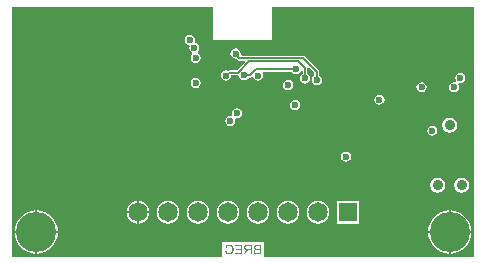
<source format=gbl>
G04*
G04 #@! TF.GenerationSoftware,Altium Limited,Altium Designer,21.6.4 (81)*
G04*
G04 Layer_Physical_Order=4*
G04 Layer_Color=16711680*
%FSLAX44Y44*%
%MOMM*%
G71*
G04*
G04 #@! TF.SameCoordinates,6379334F-7AA2-413A-8348-2233F6679C20*
G04*
G04*
G04 #@! TF.FilePolarity,Positive*
G04*
G01*
G75*
%ADD35C,0.1520*%
%ADD37C,0.9000*%
%ADD38C,3.4000*%
%ADD39C,1.6500*%
%ADD40R,1.6500X1.6500*%
%ADD41C,0.6000*%
G36*
X395922Y4078D02*
X217500Y4078D01*
X217500Y16250D01*
X182500D01*
X182500Y4078D01*
X4078Y4078D01*
X4078Y215922D01*
X174250Y215922D01*
Y187250D01*
X224250D01*
Y215922D01*
X395922Y215922D01*
X395922Y4078D01*
D02*
G37*
G36*
X188435Y14390D02*
X188629Y14373D01*
X188817Y14349D01*
X188999Y14320D01*
X189169Y14285D01*
X189333Y14238D01*
X189486Y14197D01*
X189626Y14150D01*
X189750Y14103D01*
X189867Y14062D01*
X189967Y14021D01*
X190049Y13980D01*
X190119Y13950D01*
X190166Y13927D01*
X190196Y13909D01*
X190207Y13903D01*
X190372Y13804D01*
X190524Y13698D01*
X190665Y13586D01*
X190800Y13469D01*
X190923Y13352D01*
X191035Y13234D01*
X191140Y13111D01*
X191228Y13000D01*
X191310Y12894D01*
X191387Y12789D01*
X191445Y12701D01*
X191498Y12624D01*
X191533Y12554D01*
X191563Y12507D01*
X191580Y12478D01*
X191586Y12466D01*
X191668Y12284D01*
X191745Y12102D01*
X191809Y11914D01*
X191862Y11727D01*
X191909Y11539D01*
X191950Y11351D01*
X191979Y11175D01*
X192009Y11011D01*
X192026Y10852D01*
X192044Y10706D01*
X192050Y10577D01*
X192061Y10465D01*
Y10377D01*
X192067Y10342D01*
Y10312D01*
Y10289D01*
Y10272D01*
Y10260D01*
Y10254D01*
X192061Y10037D01*
X192050Y9826D01*
X192026Y9620D01*
X192003Y9427D01*
X191968Y9233D01*
X191932Y9057D01*
X191891Y8887D01*
X191850Y8728D01*
X191815Y8587D01*
X191774Y8458D01*
X191739Y8347D01*
X191703Y8253D01*
X191680Y8177D01*
X191657Y8124D01*
X191645Y8089D01*
X191639Y8083D01*
Y8077D01*
X191557Y7895D01*
X191463Y7719D01*
X191363Y7561D01*
X191263Y7408D01*
X191158Y7273D01*
X191052Y7144D01*
X190952Y7033D01*
X190853Y6927D01*
X190759Y6833D01*
X190671Y6757D01*
X190595Y6686D01*
X190524Y6634D01*
X190466Y6593D01*
X190424Y6557D01*
X190401Y6540D01*
X190389Y6534D01*
X190231Y6440D01*
X190061Y6358D01*
X189885Y6288D01*
X189709Y6223D01*
X189533Y6176D01*
X189351Y6129D01*
X189181Y6094D01*
X189010Y6065D01*
X188858Y6047D01*
X188711Y6029D01*
X188582Y6018D01*
X188471Y6006D01*
X188383D01*
X188342Y6000D01*
X188253D01*
X188019Y6006D01*
X187796Y6029D01*
X187585Y6065D01*
X187379Y6106D01*
X187192Y6158D01*
X187015Y6217D01*
X186851Y6282D01*
X186705Y6346D01*
X186569Y6411D01*
X186452Y6475D01*
X186347Y6534D01*
X186264Y6587D01*
X186194Y6628D01*
X186147Y6663D01*
X186118Y6686D01*
X186106Y6692D01*
X185948Y6833D01*
X185801Y6980D01*
X185666Y7138D01*
X185543Y7303D01*
X185431Y7473D01*
X185331Y7637D01*
X185243Y7801D01*
X185167Y7966D01*
X185097Y8118D01*
X185038Y8259D01*
X184991Y8382D01*
X184950Y8494D01*
X184921Y8582D01*
X184909Y8623D01*
X184903Y8652D01*
X184897Y8676D01*
X184891Y8693D01*
X184886Y8705D01*
Y8711D01*
X185959Y8981D01*
X186006Y8793D01*
X186059Y8623D01*
X186118Y8458D01*
X186188Y8312D01*
X186253Y8171D01*
X186329Y8042D01*
X186399Y7930D01*
X186470Y7825D01*
X186534Y7737D01*
X186599Y7655D01*
X186658Y7590D01*
X186710Y7537D01*
X186751Y7490D01*
X186781Y7461D01*
X186804Y7443D01*
X186810Y7437D01*
X186933Y7350D01*
X187057Y7267D01*
X187186Y7197D01*
X187315Y7138D01*
X187444Y7091D01*
X187573Y7050D01*
X187696Y7015D01*
X187813Y6986D01*
X187919Y6962D01*
X188025Y6951D01*
X188113Y6939D01*
X188189Y6927D01*
X188253D01*
X188300Y6921D01*
X188342D01*
X188476Y6927D01*
X188611Y6939D01*
X188741Y6956D01*
X188869Y6980D01*
X188987Y7009D01*
X189104Y7044D01*
X189210Y7074D01*
X189310Y7115D01*
X189398Y7150D01*
X189480Y7179D01*
X189550Y7214D01*
X189609Y7244D01*
X189656Y7267D01*
X189691Y7285D01*
X189715Y7297D01*
X189720Y7303D01*
X189838Y7379D01*
X189943Y7461D01*
X190043Y7549D01*
X190137Y7643D01*
X190219Y7737D01*
X190295Y7836D01*
X190366Y7930D01*
X190430Y8018D01*
X190483Y8106D01*
X190530Y8188D01*
X190571Y8265D01*
X190600Y8329D01*
X190630Y8382D01*
X190647Y8417D01*
X190653Y8447D01*
X190659Y8453D01*
X190712Y8599D01*
X190759Y8752D01*
X190800Y8904D01*
X190829Y9063D01*
X190888Y9362D01*
X190905Y9509D01*
X190923Y9650D01*
X190935Y9773D01*
X190941Y9890D01*
X190947Y9996D01*
X190952Y10084D01*
X190958Y10160D01*
Y10213D01*
Y10248D01*
Y10260D01*
X190952Y10412D01*
X190947Y10559D01*
X190917Y10841D01*
X190900Y10976D01*
X190876Y11105D01*
X190853Y11228D01*
X190829Y11339D01*
X190806Y11445D01*
X190788Y11539D01*
X190765Y11621D01*
X190747Y11691D01*
X190730Y11744D01*
X190718Y11785D01*
X190706Y11815D01*
Y11820D01*
X190653Y11961D01*
X190595Y12090D01*
X190530Y12214D01*
X190460Y12325D01*
X190389Y12436D01*
X190319Y12536D01*
X190243Y12624D01*
X190172Y12706D01*
X190102Y12777D01*
X190037Y12841D01*
X189979Y12894D01*
X189926Y12941D01*
X189885Y12976D01*
X189855Y13006D01*
X189832Y13017D01*
X189826Y13023D01*
X189703Y13105D01*
X189574Y13170D01*
X189445Y13234D01*
X189315Y13287D01*
X189181Y13328D01*
X189051Y13364D01*
X188928Y13393D01*
X188805Y13416D01*
X188694Y13440D01*
X188588Y13452D01*
X188494Y13463D01*
X188412Y13469D01*
X188347Y13475D01*
X188259D01*
X188107Y13469D01*
X187966Y13457D01*
X187831Y13440D01*
X187702Y13411D01*
X187585Y13381D01*
X187473Y13346D01*
X187373Y13311D01*
X187279Y13276D01*
X187197Y13234D01*
X187121Y13199D01*
X187057Y13164D01*
X187004Y13135D01*
X186963Y13105D01*
X186933Y13088D01*
X186916Y13076D01*
X186910Y13070D01*
X186810Y12988D01*
X186716Y12900D01*
X186634Y12800D01*
X186552Y12701D01*
X186476Y12589D01*
X186411Y12484D01*
X186347Y12378D01*
X186294Y12272D01*
X186247Y12172D01*
X186200Y12079D01*
X186165Y11997D01*
X186135Y11926D01*
X186112Y11861D01*
X186094Y11820D01*
X186088Y11791D01*
X186082Y11779D01*
X185026Y12026D01*
X185091Y12231D01*
X185173Y12425D01*
X185255Y12607D01*
X185349Y12777D01*
X185443Y12929D01*
X185537Y13076D01*
X185637Y13205D01*
X185730Y13322D01*
X185824Y13428D01*
X185907Y13516D01*
X185983Y13598D01*
X186053Y13657D01*
X186106Y13710D01*
X186153Y13745D01*
X186176Y13768D01*
X186188Y13774D01*
X186347Y13886D01*
X186511Y13980D01*
X186687Y14062D01*
X186857Y14132D01*
X187027Y14197D01*
X187197Y14244D01*
X187362Y14285D01*
X187520Y14320D01*
X187673Y14343D01*
X187808Y14361D01*
X187925Y14379D01*
X188030Y14384D01*
X188118Y14390D01*
X188154Y14396D01*
X188236D01*
X188435Y14390D01*
D02*
G37*
G36*
X215114Y6135D02*
X211882D01*
X211741Y6141D01*
X211612Y6147D01*
X211488Y6158D01*
X211377Y6164D01*
X211265Y6176D01*
X211166Y6188D01*
X211078Y6205D01*
X210996Y6217D01*
X210925Y6229D01*
X210861Y6241D01*
X210808Y6246D01*
X210767Y6258D01*
X210737Y6264D01*
X210720Y6270D01*
X210714D01*
X210520Y6329D01*
X210350Y6387D01*
X210198Y6458D01*
X210133Y6487D01*
X210068Y6522D01*
X210016Y6551D01*
X209969Y6581D01*
X209928Y6604D01*
X209892Y6628D01*
X209863Y6645D01*
X209846Y6657D01*
X209834Y6669D01*
X209828D01*
X209699Y6775D01*
X209587Y6898D01*
X209488Y7021D01*
X209400Y7144D01*
X209329Y7250D01*
X209300Y7297D01*
X209276Y7338D01*
X209259Y7373D01*
X209247Y7396D01*
X209235Y7414D01*
Y7420D01*
X209153Y7608D01*
X209095Y7795D01*
X209048Y7977D01*
X209018Y8142D01*
X209007Y8212D01*
X209001Y8282D01*
X208995Y8341D01*
Y8388D01*
X208989Y8429D01*
Y8464D01*
Y8482D01*
Y8488D01*
X208995Y8617D01*
X209007Y8740D01*
X209024Y8863D01*
X209053Y8975D01*
X209083Y9086D01*
X209112Y9186D01*
X209153Y9280D01*
X209188Y9368D01*
X209224Y9444D01*
X209259Y9515D01*
X209294Y9573D01*
X209323Y9620D01*
X209353Y9661D01*
X209370Y9691D01*
X209382Y9708D01*
X209388Y9714D01*
X209464Y9808D01*
X209546Y9896D01*
X209640Y9978D01*
X209728Y10049D01*
X209822Y10119D01*
X209916Y10178D01*
X210010Y10230D01*
X210104Y10277D01*
X210186Y10324D01*
X210268Y10359D01*
X210338Y10389D01*
X210397Y10412D01*
X210450Y10430D01*
X210485Y10442D01*
X210514Y10453D01*
X210520D01*
X210415Y10506D01*
X210321Y10565D01*
X210233Y10624D01*
X210145Y10688D01*
X210068Y10753D01*
X209998Y10811D01*
X209939Y10870D01*
X209881Y10929D01*
X209834Y10981D01*
X209787Y11034D01*
X209752Y11075D01*
X209722Y11116D01*
X209699Y11152D01*
X209681Y11175D01*
X209675Y11187D01*
X209669Y11193D01*
X209617Y11281D01*
X209576Y11369D01*
X209534Y11451D01*
X209505Y11539D01*
X209452Y11703D01*
X209417Y11856D01*
X209405Y11920D01*
X209400Y11985D01*
X209388Y12038D01*
Y12084D01*
X209382Y12120D01*
Y12149D01*
Y12167D01*
Y12172D01*
X209388Y12278D01*
X209394Y12378D01*
X209435Y12577D01*
X209482Y12759D01*
X209511Y12841D01*
X209540Y12924D01*
X209576Y12994D01*
X209605Y13053D01*
X209628Y13111D01*
X209652Y13158D01*
X209675Y13193D01*
X209693Y13223D01*
X209699Y13240D01*
X209705Y13246D01*
X209769Y13340D01*
X209834Y13428D01*
X209904Y13504D01*
X209975Y13581D01*
X210051Y13651D01*
X210121Y13710D01*
X210192Y13768D01*
X210262Y13815D01*
X210327Y13862D01*
X210391Y13898D01*
X210444Y13933D01*
X210491Y13956D01*
X210532Y13980D01*
X210561Y13991D01*
X210579Y14003D01*
X210585D01*
X210690Y14050D01*
X210808Y14085D01*
X211054Y14150D01*
X211301Y14197D01*
X211424Y14209D01*
X211541Y14226D01*
X211647Y14232D01*
X211752Y14244D01*
X211840Y14250D01*
X211923D01*
X211987Y14255D01*
X215114D01*
Y6135D01*
D02*
G37*
G36*
X207493D02*
X206419D01*
Y9743D01*
X205028D01*
X204905Y9737D01*
X204799Y9732D01*
X204717Y9726D01*
X204659Y9714D01*
X204612Y9708D01*
X204582Y9702D01*
X204577D01*
X204483Y9673D01*
X204395Y9644D01*
X204312Y9603D01*
X204242Y9567D01*
X204178Y9538D01*
X204131Y9509D01*
X204101Y9491D01*
X204090Y9485D01*
X203996Y9421D01*
X203902Y9338D01*
X203814Y9245D01*
X203726Y9157D01*
X203655Y9075D01*
X203597Y9004D01*
X203573Y8975D01*
X203556Y8957D01*
X203550Y8945D01*
X203544Y8940D01*
X203485Y8863D01*
X203421Y8781D01*
X203292Y8605D01*
X203162Y8417D01*
X203039Y8235D01*
X202987Y8153D01*
X202934Y8077D01*
X202887Y8007D01*
X202846Y7942D01*
X202816Y7895D01*
X202793Y7854D01*
X202775Y7831D01*
X202769Y7825D01*
X201696Y6135D01*
X200352D01*
X201754Y8341D01*
X201913Y8576D01*
X201995Y8681D01*
X202071Y8787D01*
X202148Y8881D01*
X202224Y8969D01*
X202294Y9051D01*
X202359Y9127D01*
X202417Y9198D01*
X202476Y9256D01*
X202523Y9303D01*
X202564Y9350D01*
X202599Y9380D01*
X202623Y9409D01*
X202640Y9421D01*
X202646Y9427D01*
X202740Y9503D01*
X202840Y9573D01*
X202945Y9644D01*
X203051Y9702D01*
X203145Y9755D01*
X203186Y9779D01*
X203221Y9796D01*
X203251Y9814D01*
X203274Y9820D01*
X203286Y9831D01*
X203292D01*
X203080Y9867D01*
X202881Y9908D01*
X202699Y9961D01*
X202529Y10013D01*
X202376Y10078D01*
X202230Y10136D01*
X202106Y10201D01*
X201989Y10266D01*
X201889Y10330D01*
X201807Y10389D01*
X201731Y10442D01*
X201672Y10489D01*
X201625Y10530D01*
X201590Y10559D01*
X201572Y10577D01*
X201567Y10582D01*
X201467Y10694D01*
X201379Y10817D01*
X201303Y10934D01*
X201238Y11058D01*
X201185Y11181D01*
X201138Y11304D01*
X201103Y11422D01*
X201074Y11533D01*
X201050Y11639D01*
X201033Y11732D01*
X201021Y11820D01*
X201009Y11891D01*
Y11955D01*
X201003Y12002D01*
Y12026D01*
Y12038D01*
X201009Y12161D01*
X201015Y12284D01*
X201033Y12401D01*
X201056Y12513D01*
X201080Y12618D01*
X201109Y12718D01*
X201144Y12812D01*
X201173Y12900D01*
X201203Y12976D01*
X201238Y13047D01*
X201267Y13111D01*
X201291Y13164D01*
X201314Y13205D01*
X201326Y13234D01*
X201338Y13252D01*
X201344Y13258D01*
X201408Y13358D01*
X201479Y13452D01*
X201555Y13534D01*
X201625Y13616D01*
X201702Y13686D01*
X201778Y13751D01*
X201854Y13804D01*
X201924Y13856D01*
X201989Y13898D01*
X202054Y13933D01*
X202106Y13968D01*
X202153Y13991D01*
X202194Y14009D01*
X202224Y14021D01*
X202241Y14032D01*
X202247D01*
X202359Y14073D01*
X202482Y14109D01*
X202611Y14138D01*
X202740Y14161D01*
X203016Y14203D01*
X203151Y14214D01*
X203280Y14226D01*
X203409Y14238D01*
X203520Y14244D01*
X203626Y14250D01*
X203720D01*
X203790Y14255D01*
X207493D01*
Y6135D01*
D02*
G37*
G36*
X199296D02*
X193241D01*
Y7091D01*
X198222D01*
Y9855D01*
X193734D01*
Y10811D01*
X198222D01*
Y13299D01*
X193428D01*
Y14255D01*
X199296D01*
Y6135D01*
D02*
G37*
%LPC*%
G36*
X155000Y191854D02*
X153334Y191522D01*
X151922Y190578D01*
X150978Y189166D01*
X150646Y187500D01*
X150978Y185834D01*
X151922Y184422D01*
X153334Y183478D01*
X153695Y183406D01*
X154728Y182666D01*
X154601Y182029D01*
X154396Y181000D01*
X154728Y179334D01*
X155672Y177922D01*
X156907Y177096D01*
X157081Y176281D01*
X157079Y175684D01*
X156922Y175578D01*
X155978Y174166D01*
X155646Y172500D01*
X155978Y170834D01*
X156922Y169422D01*
X158334Y168478D01*
X160000Y168146D01*
X161666Y168478D01*
X163078Y169422D01*
X164022Y170834D01*
X164354Y172500D01*
X164022Y174166D01*
X163078Y175578D01*
X161843Y176404D01*
X161669Y177219D01*
X161671Y177816D01*
X161828Y177922D01*
X162772Y179334D01*
X163104Y181000D01*
X162772Y182666D01*
X161828Y184079D01*
X160416Y185022D01*
X160055Y185094D01*
X159022Y185834D01*
X159149Y186471D01*
X159354Y187500D01*
X159022Y189166D01*
X158078Y190578D01*
X156666Y191522D01*
X155000Y191854D01*
D02*
G37*
G36*
X384019Y159861D02*
X382353Y159530D01*
X380940Y158586D01*
X379996Y157174D01*
X379665Y155508D01*
X379996Y153841D01*
X380754Y152707D01*
X380088Y151588D01*
X378750Y151854D01*
X377084Y151522D01*
X375672Y150578D01*
X374728Y149166D01*
X374396Y147500D01*
X374728Y145834D01*
X375672Y144422D01*
X377084Y143478D01*
X378750Y143146D01*
X380416Y143478D01*
X381828Y144422D01*
X382772Y145834D01*
X383104Y147500D01*
X382772Y149166D01*
X382014Y150300D01*
X382681Y151420D01*
X384019Y151154D01*
X385685Y151485D01*
X387097Y152429D01*
X388041Y153841D01*
X388372Y155508D01*
X388041Y157174D01*
X387097Y158586D01*
X385685Y159530D01*
X384019Y159861D01*
D02*
G37*
G36*
X193707Y180504D02*
X192041Y180172D01*
X190628Y179228D01*
X189685Y177816D01*
X189353Y176150D01*
X189685Y174484D01*
X190628Y173072D01*
X192041Y172128D01*
X193707Y171796D01*
X194291Y171912D01*
X195417Y170786D01*
X196088Y170338D01*
X196880Y170180D01*
X201594D01*
X202080Y169007D01*
X194893Y161820D01*
X188030D01*
X187238Y161662D01*
X187073Y161552D01*
X185457Y161874D01*
X183791Y161542D01*
X182379Y160598D01*
X181435Y159186D01*
X181104Y157520D01*
X181435Y155854D01*
X182379Y154441D01*
X183791Y153498D01*
X185457Y153166D01*
X187124Y153498D01*
X188536Y154441D01*
X189480Y155854D01*
X189811Y157520D01*
X189943Y157680D01*
X195750D01*
X196866Y156643D01*
X196978Y156084D01*
X197922Y154671D01*
X199334Y153728D01*
X201000Y153396D01*
X202666Y153728D01*
X204079Y154671D01*
X204753Y155680D01*
X205683D01*
X206476Y155838D01*
X207147Y156286D01*
X207310Y156450D01*
X208688Y156032D01*
X208728Y155834D01*
X209671Y154422D01*
X211084Y153478D01*
X212750Y153146D01*
X214416Y153478D01*
X215828Y154422D01*
X216772Y155834D01*
X217104Y157500D01*
X216772Y159166D01*
X216562Y159480D01*
X217241Y160750D01*
X241201D01*
X241922Y159671D01*
X243334Y158728D01*
X245000Y158396D01*
X246666Y158728D01*
X248078Y159671D01*
X249022Y161084D01*
X249160Y161778D01*
X250430Y161653D01*
Y158752D01*
X249422Y158078D01*
X248478Y156666D01*
X248146Y155000D01*
X248478Y153334D01*
X249422Y151922D01*
X250834Y150978D01*
X252500Y150646D01*
X254166Y150978D01*
X255578Y151922D01*
X256522Y153334D01*
X256854Y155000D01*
X256522Y156666D01*
X255578Y158078D01*
X254570Y158752D01*
Y163696D01*
X254567Y163710D01*
X255737Y164335D01*
X260430Y159643D01*
Y157502D01*
X259422Y156828D01*
X258478Y155416D01*
X258146Y153750D01*
X258478Y152084D01*
X259422Y150672D01*
X260834Y149728D01*
X262500Y149396D01*
X264166Y149728D01*
X265578Y150672D01*
X266522Y152084D01*
X266854Y153750D01*
X266522Y155416D01*
X265578Y156828D01*
X264570Y157502D01*
Y160500D01*
X264412Y161292D01*
X263964Y161964D01*
X252213Y173713D01*
X251542Y174162D01*
X250750Y174320D01*
X198991D01*
X197949Y175590D01*
X198060Y176150D01*
X197729Y177816D01*
X196785Y179228D01*
X195373Y180172D01*
X193707Y180504D01*
D02*
G37*
G36*
X160000Y155604D02*
X158334Y155272D01*
X156922Y154328D01*
X155978Y152916D01*
X155646Y151250D01*
X155978Y149584D01*
X156922Y148172D01*
X158334Y147228D01*
X160000Y146896D01*
X161666Y147228D01*
X163078Y148172D01*
X164022Y149584D01*
X164354Y151250D01*
X164022Y152916D01*
X163078Y154328D01*
X161666Y155272D01*
X160000Y155604D01*
D02*
G37*
G36*
X238250Y153854D02*
X236584Y153522D01*
X235172Y152578D01*
X234228Y151166D01*
X233896Y149500D01*
X234228Y147834D01*
X235172Y146421D01*
X236584Y145478D01*
X238250Y145146D01*
X239916Y145478D01*
X241329Y146421D01*
X242272Y147834D01*
X242604Y149500D01*
X242272Y151166D01*
X241329Y152578D01*
X239916Y153522D01*
X238250Y153854D01*
D02*
G37*
G36*
X351250Y151854D02*
X349584Y151522D01*
X348172Y150578D01*
X347228Y149166D01*
X346896Y147500D01*
X347228Y145834D01*
X348172Y144422D01*
X349584Y143478D01*
X351250Y143146D01*
X352916Y143478D01*
X354328Y144422D01*
X355272Y145834D01*
X355604Y147500D01*
X355272Y149166D01*
X354328Y150578D01*
X352916Y151522D01*
X351250Y151854D01*
D02*
G37*
G36*
X315500Y141354D02*
X313834Y141022D01*
X312421Y140078D01*
X311478Y138666D01*
X311146Y137000D01*
X311478Y135334D01*
X312421Y133921D01*
X313834Y132978D01*
X315500Y132646D01*
X317166Y132978D01*
X318578Y133921D01*
X319522Y135334D01*
X319854Y137000D01*
X319522Y138666D01*
X318578Y140078D01*
X317166Y141022D01*
X315500Y141354D01*
D02*
G37*
G36*
X244250Y136854D02*
X242584Y136522D01*
X241171Y135578D01*
X240228Y134166D01*
X239896Y132500D01*
X240228Y130834D01*
X241171Y129422D01*
X242584Y128478D01*
X244250Y128146D01*
X245916Y128478D01*
X247328Y129422D01*
X248272Y130834D01*
X248604Y132500D01*
X248272Y134166D01*
X247328Y135578D01*
X245916Y136522D01*
X244250Y136854D01*
D02*
G37*
G36*
X195000Y129854D02*
X193334Y129522D01*
X191922Y128579D01*
X190978Y127166D01*
X190646Y125500D01*
X190880Y124324D01*
X190078Y123323D01*
X189903Y123224D01*
X189250Y123354D01*
X187584Y123022D01*
X186171Y122079D01*
X185228Y120666D01*
X184896Y119000D01*
X185228Y117334D01*
X186171Y115921D01*
X187584Y114978D01*
X189250Y114646D01*
X190916Y114978D01*
X192328Y115921D01*
X193272Y117334D01*
X193604Y119000D01*
X193370Y120176D01*
X194172Y121177D01*
X194347Y121276D01*
X195000Y121146D01*
X196666Y121478D01*
X198078Y122422D01*
X199022Y123834D01*
X199354Y125500D01*
X199022Y127166D01*
X198078Y128579D01*
X196666Y129522D01*
X195000Y129854D01*
D02*
G37*
G36*
X374900Y121717D02*
X372463Y121233D01*
X370398Y119852D01*
X369017Y117787D01*
X368533Y115350D01*
X369017Y112913D01*
X370398Y110848D01*
X372463Y109467D01*
X374900Y108983D01*
X377337Y109467D01*
X379402Y110848D01*
X380783Y112913D01*
X381267Y115350D01*
X380783Y117787D01*
X379402Y119852D01*
X377337Y121233D01*
X374900Y121717D01*
D02*
G37*
G36*
X360250Y115104D02*
X358584Y114772D01*
X357172Y113828D01*
X356228Y112416D01*
X355896Y110750D01*
X356228Y109084D01*
X357172Y107671D01*
X358584Y106728D01*
X360250Y106396D01*
X361916Y106728D01*
X363329Y107671D01*
X364272Y109084D01*
X364604Y110750D01*
X364272Y112416D01*
X363329Y113828D01*
X361916Y114772D01*
X360250Y115104D01*
D02*
G37*
G36*
X287250Y93104D02*
X285584Y92772D01*
X284172Y91828D01*
X283228Y90416D01*
X282896Y88750D01*
X283228Y87084D01*
X284172Y85672D01*
X285584Y84728D01*
X287250Y84396D01*
X288916Y84728D01*
X290329Y85672D01*
X291272Y87084D01*
X291604Y88750D01*
X291272Y90416D01*
X290329Y91828D01*
X288916Y92772D01*
X287250Y93104D01*
D02*
G37*
G36*
X385060Y70917D02*
X382623Y70433D01*
X380558Y69052D01*
X379177Y66987D01*
X378693Y64550D01*
X379177Y62113D01*
X380558Y60048D01*
X382623Y58667D01*
X385060Y58183D01*
X387497Y58667D01*
X389562Y60048D01*
X390943Y62113D01*
X391427Y64550D01*
X390943Y66987D01*
X389562Y69052D01*
X387497Y70433D01*
X385060Y70917D01*
D02*
G37*
G36*
X364740D02*
X362303Y70433D01*
X360238Y69052D01*
X358857Y66987D01*
X358373Y64550D01*
X358857Y62113D01*
X360238Y60048D01*
X362303Y58667D01*
X364740Y58183D01*
X367177Y58667D01*
X369242Y60048D01*
X370623Y62113D01*
X371107Y64550D01*
X370623Y66987D01*
X369242Y69052D01*
X367177Y70433D01*
X364740Y70917D01*
D02*
G37*
G36*
X111862Y51202D02*
Y42462D01*
X120602D01*
X120375Y44185D01*
X119416Y46501D01*
X117890Y48490D01*
X115901Y50016D01*
X113585Y50975D01*
X111862Y51202D01*
D02*
G37*
G36*
X110338D02*
X108615Y50975D01*
X106299Y50016D01*
X104310Y48490D01*
X102784Y46501D01*
X101825Y44185D01*
X101598Y42462D01*
X110338D01*
Y51202D01*
D02*
G37*
G36*
X120602Y40938D02*
X111862D01*
Y32198D01*
X113585Y32425D01*
X115901Y33384D01*
X117890Y34910D01*
X119416Y36899D01*
X120375Y39215D01*
X120602Y40938D01*
D02*
G37*
G36*
X110338D02*
X101598D01*
X101825Y39215D01*
X102784Y36899D01*
X104310Y34910D01*
X106299Y33384D01*
X108615Y32425D01*
X110338Y32198D01*
Y40938D01*
D02*
G37*
G36*
X298420Y51220D02*
X279380D01*
Y32180D01*
X298420D01*
Y51220D01*
D02*
G37*
G36*
X263500Y51302D02*
X261015Y50975D01*
X258699Y50016D01*
X256710Y48490D01*
X255184Y46501D01*
X254225Y44185D01*
X253898Y41700D01*
X254225Y39215D01*
X255184Y36899D01*
X256710Y34910D01*
X258699Y33384D01*
X261015Y32425D01*
X263500Y32098D01*
X265985Y32425D01*
X268301Y33384D01*
X270290Y34910D01*
X271816Y36899D01*
X272775Y39215D01*
X273102Y41700D01*
X272775Y44185D01*
X271816Y46501D01*
X270290Y48490D01*
X268301Y50016D01*
X265985Y50975D01*
X263500Y51302D01*
D02*
G37*
G36*
X238100D02*
X235615Y50975D01*
X233299Y50016D01*
X231310Y48490D01*
X229784Y46501D01*
X228825Y44185D01*
X228498Y41700D01*
X228825Y39215D01*
X229784Y36899D01*
X231310Y34910D01*
X233299Y33384D01*
X235615Y32425D01*
X238100Y32098D01*
X240585Y32425D01*
X242901Y33384D01*
X244890Y34910D01*
X246416Y36899D01*
X247375Y39215D01*
X247702Y41700D01*
X247375Y44185D01*
X246416Y46501D01*
X244890Y48490D01*
X242901Y50016D01*
X240585Y50975D01*
X238100Y51302D01*
D02*
G37*
G36*
X212700D02*
X210215Y50975D01*
X207899Y50016D01*
X205910Y48490D01*
X204384Y46501D01*
X203425Y44185D01*
X203098Y41700D01*
X203425Y39215D01*
X204384Y36899D01*
X205910Y34910D01*
X207899Y33384D01*
X210215Y32425D01*
X212700Y32098D01*
X215185Y32425D01*
X217501Y33384D01*
X219490Y34910D01*
X221016Y36899D01*
X221975Y39215D01*
X222302Y41700D01*
X221975Y44185D01*
X221016Y46501D01*
X219490Y48490D01*
X217501Y50016D01*
X215185Y50975D01*
X212700Y51302D01*
D02*
G37*
G36*
X187300D02*
X184815Y50975D01*
X182499Y50016D01*
X180510Y48490D01*
X178984Y46501D01*
X178025Y44185D01*
X177698Y41700D01*
X178025Y39215D01*
X178984Y36899D01*
X180510Y34910D01*
X182499Y33384D01*
X184815Y32425D01*
X187300Y32098D01*
X189785Y32425D01*
X192101Y33384D01*
X194090Y34910D01*
X195616Y36899D01*
X196575Y39215D01*
X196902Y41700D01*
X196575Y44185D01*
X195616Y46501D01*
X194090Y48490D01*
X192101Y50016D01*
X189785Y50975D01*
X187300Y51302D01*
D02*
G37*
G36*
X161900D02*
X159415Y50975D01*
X157099Y50016D01*
X155110Y48490D01*
X153584Y46501D01*
X152625Y44185D01*
X152298Y41700D01*
X152625Y39215D01*
X153584Y36899D01*
X155110Y34910D01*
X157099Y33384D01*
X159415Y32425D01*
X161900Y32098D01*
X164385Y32425D01*
X166701Y33384D01*
X168690Y34910D01*
X170216Y36899D01*
X171175Y39215D01*
X171502Y41700D01*
X171175Y44185D01*
X170216Y46501D01*
X168690Y48490D01*
X166701Y50016D01*
X164385Y50975D01*
X161900Y51302D01*
D02*
G37*
G36*
X136500D02*
X134015Y50975D01*
X131699Y50016D01*
X129710Y48490D01*
X128184Y46501D01*
X127225Y44185D01*
X126898Y41700D01*
X127225Y39215D01*
X128184Y36899D01*
X129710Y34910D01*
X131699Y33384D01*
X134015Y32425D01*
X136500Y32098D01*
X138985Y32425D01*
X141301Y33384D01*
X143290Y34910D01*
X144816Y36899D01*
X145775Y39215D01*
X146102Y41700D01*
X145775Y44185D01*
X144816Y46501D01*
X143290Y48490D01*
X141301Y50016D01*
X138985Y50975D01*
X136500Y51302D01*
D02*
G37*
G36*
X375762Y43283D02*
Y25762D01*
X393283D01*
X393006Y28582D01*
X391961Y32025D01*
X390264Y35199D01*
X387981Y37981D01*
X385199Y40264D01*
X382025Y41961D01*
X378582Y43006D01*
X375762Y43283D01*
D02*
G37*
G36*
X374238D02*
X371418Y43006D01*
X367975Y41961D01*
X364801Y40264D01*
X362019Y37981D01*
X359736Y35199D01*
X358039Y32025D01*
X356994Y28582D01*
X356717Y25762D01*
X374238D01*
Y43283D01*
D02*
G37*
G36*
X25762D02*
Y25762D01*
X43283D01*
X43006Y28582D01*
X41961Y32025D01*
X40264Y35199D01*
X37981Y37981D01*
X35199Y40264D01*
X32025Y41961D01*
X28582Y43006D01*
X25762Y43283D01*
D02*
G37*
G36*
X24238D02*
X21418Y43006D01*
X17975Y41961D01*
X14801Y40264D01*
X12019Y37981D01*
X9736Y35199D01*
X8039Y32025D01*
X6994Y28582D01*
X6717Y25762D01*
X24238D01*
Y43283D01*
D02*
G37*
G36*
X393283Y24238D02*
X375762D01*
Y6717D01*
X378582Y6994D01*
X382025Y8039D01*
X385199Y9736D01*
X387981Y12019D01*
X390264Y14801D01*
X391961Y17975D01*
X393006Y21418D01*
X393283Y24238D01*
D02*
G37*
G36*
X374238D02*
X356717D01*
X356994Y21418D01*
X358039Y17975D01*
X359736Y14801D01*
X362019Y12019D01*
X364801Y9736D01*
X367975Y8039D01*
X371418Y6994D01*
X374238Y6717D01*
Y24238D01*
D02*
G37*
G36*
X43283D02*
X25762D01*
Y6717D01*
X28582Y6994D01*
X32025Y8039D01*
X35199Y9736D01*
X37981Y12019D01*
X40264Y14801D01*
X41961Y17975D01*
X43006Y21418D01*
X43283Y24238D01*
D02*
G37*
G36*
X24238D02*
X6717D01*
X6994Y21418D01*
X8039Y17975D01*
X9736Y14801D01*
X12019Y12019D01*
X14801Y9736D01*
X17975Y8039D01*
X21418Y6994D01*
X24238Y6717D01*
Y24238D01*
D02*
G37*
G36*
X214041Y13299D02*
X212263D01*
X212116Y13293D01*
X211981Y13287D01*
X211858Y13281D01*
X211747Y13270D01*
X211647Y13264D01*
X211559Y13252D01*
X211477Y13240D01*
X211406Y13229D01*
X211348Y13217D01*
X211301Y13211D01*
X211259Y13199D01*
X211230Y13193D01*
X211207Y13188D01*
X211195Y13182D01*
X211189D01*
X211060Y13129D01*
X210954Y13070D01*
X210855Y13000D01*
X210778Y12929D01*
X210720Y12865D01*
X210673Y12812D01*
X210649Y12771D01*
X210638Y12765D01*
Y12759D01*
X210573Y12642D01*
X210520Y12519D01*
X210485Y12401D01*
X210462Y12290D01*
X210450Y12196D01*
X210444Y12155D01*
X210438Y12120D01*
Y12090D01*
Y12067D01*
Y12055D01*
Y12049D01*
X210450Y11897D01*
X210473Y11756D01*
X210503Y11633D01*
X210544Y11533D01*
X210585Y11445D01*
X210602Y11416D01*
X210614Y11386D01*
X210632Y11363D01*
X210638Y11345D01*
X210649Y11339D01*
Y11334D01*
X210737Y11234D01*
X210831Y11152D01*
X210937Y11081D01*
X211037Y11028D01*
X211125Y10987D01*
X211166Y10970D01*
X211195Y10958D01*
X211224Y10946D01*
X211248Y10940D01*
X211259Y10934D01*
X211265D01*
X211330Y10917D01*
X211400Y10905D01*
X211477Y10893D01*
X211559Y10882D01*
X211729Y10864D01*
X211893Y10852D01*
X211975Y10847D01*
X212116D01*
X212175Y10841D01*
X214041D01*
Y13299D01*
D02*
G37*
G36*
Y9884D02*
X212028D01*
X211893Y9878D01*
X211770Y9872D01*
X211658Y9861D01*
X211553Y9849D01*
X211453Y9837D01*
X211365Y9826D01*
X211283Y9814D01*
X211213Y9802D01*
X211154Y9790D01*
X211101Y9779D01*
X211060Y9767D01*
X211025Y9755D01*
X211001Y9749D01*
X210990Y9743D01*
X210984D01*
X210837Y9685D01*
X210708Y9614D01*
X210597Y9538D01*
X210503Y9456D01*
X210426Y9385D01*
X210374Y9327D01*
X210356Y9303D01*
X210344Y9292D01*
X210333Y9280D01*
Y9274D01*
X210256Y9145D01*
X210198Y9010D01*
X210156Y8881D01*
X210127Y8758D01*
X210110Y8646D01*
X210104Y8605D01*
Y8564D01*
X210098Y8535D01*
Y8505D01*
Y8494D01*
Y8488D01*
X210104Y8347D01*
X210121Y8212D01*
X210151Y8095D01*
X210180Y7995D01*
X210209Y7913D01*
X210239Y7848D01*
X210245Y7825D01*
X210256Y7807D01*
X210262Y7801D01*
Y7795D01*
X210327Y7690D01*
X210391Y7602D01*
X210462Y7526D01*
X210526Y7461D01*
X210585Y7408D01*
X210632Y7373D01*
X210661Y7350D01*
X210667Y7344D01*
X210673D01*
X210773Y7291D01*
X210872Y7244D01*
X210978Y7209D01*
X211072Y7179D01*
X211160Y7156D01*
X211224Y7138D01*
X211254Y7132D01*
X211271D01*
X211283Y7127D01*
X211289D01*
X211330Y7121D01*
X211383Y7115D01*
X211494Y7109D01*
X211612Y7097D01*
X211735D01*
X211846Y7091D01*
X214041D01*
Y9884D01*
D02*
G37*
G36*
X206419Y13358D02*
X203855D01*
X203691Y13352D01*
X203538Y13340D01*
X203397Y13322D01*
X203268Y13299D01*
X203151Y13270D01*
X203039Y13240D01*
X202940Y13205D01*
X202857Y13170D01*
X202781Y13135D01*
X202717Y13099D01*
X202658Y13070D01*
X202611Y13041D01*
X202582Y13017D01*
X202552Y13000D01*
X202541Y12988D01*
X202535Y12982D01*
X202458Y12912D01*
X202394Y12836D01*
X202341Y12759D01*
X202288Y12677D01*
X202247Y12601D01*
X202218Y12519D01*
X202188Y12442D01*
X202165Y12372D01*
X202148Y12302D01*
X202136Y12237D01*
X202124Y12184D01*
X202118Y12131D01*
X202112Y12090D01*
Y12061D01*
Y12043D01*
Y12038D01*
X202124Y11891D01*
X202148Y11756D01*
X202183Y11633D01*
X202218Y11527D01*
X202259Y11439D01*
X202277Y11398D01*
X202294Y11369D01*
X202312Y11345D01*
X202318Y11328D01*
X202329Y11316D01*
Y11310D01*
X202417Y11193D01*
X202517Y11093D01*
X202623Y11011D01*
X202728Y10940D01*
X202822Y10888D01*
X202857Y10870D01*
X202893Y10852D01*
X202922Y10841D01*
X202945Y10829D01*
X202957Y10823D01*
X202963D01*
X203045Y10799D01*
X203127Y10776D01*
X203315Y10741D01*
X203509Y10711D01*
X203691Y10694D01*
X203779Y10688D01*
X203855Y10682D01*
X203931D01*
X203990Y10676D01*
X206419D01*
Y13358D01*
D02*
G37*
%LPD*%
D35*
X262500Y153750D02*
Y160500D01*
X252500Y155000D02*
Y163696D01*
X246736Y169460D02*
X252500Y163696D01*
X210753Y162820D02*
X245000D01*
X193707Y176150D02*
X193770Y176087D01*
Y175360D02*
Y176087D01*
X201000Y157750D02*
X205683D01*
X185457Y157520D02*
X185800D01*
X193770Y175360D02*
X196880Y172250D01*
X205683Y157750D02*
X210753Y162820D01*
X196880Y172250D02*
X250750D01*
X185800Y157520D02*
X188030Y159750D01*
X195750D02*
X205460Y169460D01*
X188030Y159750D02*
X195750D01*
X205460Y169460D02*
X246736D01*
X250750Y172250D02*
X262500Y160500D01*
D37*
X364740Y64550D02*
D03*
X385060D02*
D03*
X374900Y115350D02*
D03*
D38*
X375000Y25000D02*
D03*
X25000D02*
D03*
D39*
X111100Y41700D02*
D03*
X136500D02*
D03*
X238100D02*
D03*
X263500D02*
D03*
X212700D02*
D03*
X187300D02*
D03*
X161900D02*
D03*
D40*
X288900D02*
D03*
D41*
X380000Y212500D02*
D03*
Y197500D02*
D03*
Y182500D02*
D03*
Y167500D02*
D03*
Y47500D02*
D03*
X365000Y212500D02*
D03*
Y197500D02*
D03*
Y182500D02*
D03*
Y152500D02*
D03*
Y137500D02*
D03*
Y122500D02*
D03*
Y47500D02*
D03*
X350000Y212500D02*
D03*
Y197500D02*
D03*
Y182500D02*
D03*
Y92500D02*
D03*
Y77500D02*
D03*
Y62500D02*
D03*
Y47500D02*
D03*
Y32500D02*
D03*
X335000Y212500D02*
D03*
Y197500D02*
D03*
Y182500D02*
D03*
Y152500D02*
D03*
Y137500D02*
D03*
Y122500D02*
D03*
Y77500D02*
D03*
Y62500D02*
D03*
Y47500D02*
D03*
Y32500D02*
D03*
X320000Y212500D02*
D03*
Y197500D02*
D03*
Y182500D02*
D03*
Y122500D02*
D03*
Y107500D02*
D03*
Y92500D02*
D03*
Y77500D02*
D03*
Y62500D02*
D03*
Y47500D02*
D03*
Y32500D02*
D03*
X305000Y212500D02*
D03*
Y197500D02*
D03*
Y182500D02*
D03*
Y122500D02*
D03*
Y77500D02*
D03*
Y62500D02*
D03*
Y47500D02*
D03*
Y32500D02*
D03*
X290000Y212500D02*
D03*
Y197500D02*
D03*
Y182500D02*
D03*
Y122500D02*
D03*
Y77500D02*
D03*
Y62500D02*
D03*
X275000Y212500D02*
D03*
Y197500D02*
D03*
Y182500D02*
D03*
Y107500D02*
D03*
Y92500D02*
D03*
Y77500D02*
D03*
Y62500D02*
D03*
Y47500D02*
D03*
Y32500D02*
D03*
X260000Y212500D02*
D03*
Y197500D02*
D03*
Y182500D02*
D03*
Y122500D02*
D03*
Y107500D02*
D03*
Y92500D02*
D03*
Y77500D02*
D03*
Y62500D02*
D03*
X245000Y212500D02*
D03*
Y197500D02*
D03*
Y182500D02*
D03*
Y92500D02*
D03*
Y77500D02*
D03*
X230000Y92500D02*
D03*
Y62500D02*
D03*
X215000Y77500D02*
D03*
Y62500D02*
D03*
X200000Y47500D02*
D03*
Y32500D02*
D03*
X185000Y107500D02*
D03*
Y92500D02*
D03*
Y77500D02*
D03*
Y62500D02*
D03*
X170000Y107500D02*
D03*
Y92500D02*
D03*
Y62500D02*
D03*
X155000Y212500D02*
D03*
Y197500D02*
D03*
Y137500D02*
D03*
Y122500D02*
D03*
Y92500D02*
D03*
Y77500D02*
D03*
X140000Y212500D02*
D03*
Y197500D02*
D03*
Y182500D02*
D03*
Y167500D02*
D03*
Y152500D02*
D03*
Y137500D02*
D03*
Y122500D02*
D03*
Y107500D02*
D03*
Y77500D02*
D03*
Y62500D02*
D03*
X125000Y212500D02*
D03*
Y197500D02*
D03*
Y182500D02*
D03*
Y167500D02*
D03*
Y152500D02*
D03*
Y137500D02*
D03*
Y122500D02*
D03*
Y107500D02*
D03*
Y77500D02*
D03*
Y62500D02*
D03*
Y47500D02*
D03*
Y32500D02*
D03*
X110000Y212500D02*
D03*
Y197500D02*
D03*
Y182500D02*
D03*
Y167500D02*
D03*
Y152500D02*
D03*
Y137500D02*
D03*
Y122500D02*
D03*
Y77500D02*
D03*
Y62500D02*
D03*
X95000Y212500D02*
D03*
Y197500D02*
D03*
Y182500D02*
D03*
Y167500D02*
D03*
Y152500D02*
D03*
Y137500D02*
D03*
Y122500D02*
D03*
Y77500D02*
D03*
Y62500D02*
D03*
Y47500D02*
D03*
Y32500D02*
D03*
X80000Y212500D02*
D03*
Y197500D02*
D03*
Y182500D02*
D03*
Y167500D02*
D03*
Y152500D02*
D03*
Y137500D02*
D03*
Y122500D02*
D03*
Y107500D02*
D03*
Y92500D02*
D03*
Y77500D02*
D03*
Y62500D02*
D03*
Y47500D02*
D03*
Y32500D02*
D03*
X65000Y212500D02*
D03*
Y197500D02*
D03*
Y182500D02*
D03*
Y167500D02*
D03*
Y152500D02*
D03*
Y137500D02*
D03*
Y122500D02*
D03*
Y77500D02*
D03*
Y62500D02*
D03*
Y47500D02*
D03*
Y32500D02*
D03*
X50000Y212500D02*
D03*
Y197500D02*
D03*
Y182500D02*
D03*
Y167500D02*
D03*
Y152500D02*
D03*
Y137500D02*
D03*
Y122500D02*
D03*
Y107500D02*
D03*
Y92500D02*
D03*
Y77500D02*
D03*
Y62500D02*
D03*
Y47500D02*
D03*
Y32500D02*
D03*
X35000Y212500D02*
D03*
Y197500D02*
D03*
Y182500D02*
D03*
Y167500D02*
D03*
Y152500D02*
D03*
Y137500D02*
D03*
Y122500D02*
D03*
Y107500D02*
D03*
Y92500D02*
D03*
Y77500D02*
D03*
Y62500D02*
D03*
Y47500D02*
D03*
X20000Y212500D02*
D03*
Y197500D02*
D03*
Y182500D02*
D03*
Y167500D02*
D03*
Y152500D02*
D03*
Y137500D02*
D03*
Y122500D02*
D03*
Y107500D02*
D03*
Y92500D02*
D03*
Y77500D02*
D03*
Y62500D02*
D03*
Y47500D02*
D03*
X244250Y132500D02*
D03*
X235250D02*
D03*
X262500Y153750D02*
D03*
X252500Y155000D02*
D03*
X245000Y162750D02*
D03*
X235000Y212500D02*
D03*
X7500Y62500D02*
D03*
Y212500D02*
D03*
Y197500D02*
D03*
Y182500D02*
D03*
Y167500D02*
D03*
Y92500D02*
D03*
Y47500D02*
D03*
Y77500D02*
D03*
Y152500D02*
D03*
X7570Y122500D02*
D03*
Y137500D02*
D03*
Y107500D02*
D03*
X305250Y17500D02*
D03*
X290000D02*
D03*
X275000D02*
D03*
X260000D02*
D03*
X245000D02*
D03*
X230000D02*
D03*
X170000D02*
D03*
X155000D02*
D03*
X140000D02*
D03*
X125000D02*
D03*
X110000D02*
D03*
X95000D02*
D03*
X392570Y107500D02*
D03*
Y137500D02*
D03*
Y122500D02*
D03*
X384019Y155508D02*
D03*
X392500Y152500D02*
D03*
X378750Y147500D02*
D03*
X392500Y77500D02*
D03*
X193707Y176150D02*
D03*
X287250Y88750D02*
D03*
X238250Y149500D02*
D03*
X212750Y179860D02*
D03*
X201000Y157750D02*
D03*
X185457Y157520D02*
D03*
X199991Y179856D02*
D03*
X187250Y179750D02*
D03*
X212750Y157500D02*
D03*
X193932Y150818D02*
D03*
X160000Y151250D02*
D03*
X171676Y129750D02*
D03*
X206342Y151158D02*
D03*
X351250Y147500D02*
D03*
X160000Y172500D02*
D03*
X158750Y181000D02*
D03*
X166000Y190500D02*
D03*
X155000Y187500D02*
D03*
X195000Y125500D02*
D03*
X225000Y112500D02*
D03*
X189250Y119000D02*
D03*
X165750Y136250D02*
D03*
X171750Y195750D02*
D03*
Y207750D02*
D03*
X227750Y195750D02*
D03*
Y207750D02*
D03*
X235000Y189500D02*
D03*
X315500Y137000D02*
D03*
X360250Y110750D02*
D03*
X80000Y17500D02*
D03*
X65000D02*
D03*
X50000D02*
D03*
Y7500D02*
D03*
X65000D02*
D03*
X80000D02*
D03*
X95000D02*
D03*
X110000D02*
D03*
X125000D02*
D03*
X140000D02*
D03*
X155000D02*
D03*
X170000D02*
D03*
X230000D02*
D03*
X245000D02*
D03*
X260000D02*
D03*
X275000D02*
D03*
X290000D02*
D03*
X305000D02*
D03*
X320000D02*
D03*
Y17500D02*
D03*
X335000D02*
D03*
Y7500D02*
D03*
X350000D02*
D03*
Y17500D02*
D03*
X392500Y47500D02*
D03*
Y92500D02*
D03*
Y167500D02*
D03*
Y182500D02*
D03*
Y197500D02*
D03*
Y212500D02*
D03*
X166000Y201500D02*
D03*
Y212500D02*
D03*
X235000Y201750D02*
D03*
X375000Y58250D02*
D03*
M02*

</source>
